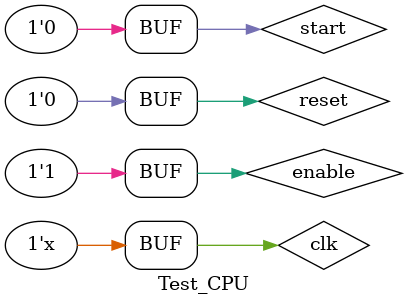
<source format=v>
`timescale 1ns / 1ps

`define NOP		5'b00000
`define HALT	5'b00001
`define LOAD	5'b00010
`define STORE	5'b00011
`define LDIH	5'b10000
`define ADD		5'b01000
`define ADDI	5'b01001
`define ADDC	5'b10001
`define SUB		5'b01010
`define SUBI	5'b01011
`define SUBC	5'b10010
`define CMP		5'b01100
//Logical / shift
`define AND		5'b01101
`define OR		5'b01110
`define XOR		5'b01111
`define SLL		5'b00100
`define SRL		5'b00111
`define SLA		5'b00101
`define SRA		5'b00110
//Control
`define JUMP	5'b11000
`define JMPR	5'b11001
`define BZ		5'b11010
`define BNZ		5'b11011
`define BN		5'b11100
`define BNN		5'b11101
`define BC		5'b11110
`define BNC		5'b11111
//Statement
`define idle	1'b0
`define exec	1'b1
//gr
`define gr0 3'b000
`define gr1 3'b001
`define gr2 3'b010
`define gr3 3'b011
`define gr4 3'b100
`define gr5 3'b101
`define gr6 3'b110
`define gr7 3'b111
/***********************************************************************/
module Test_CPU;

	// Inputs
	reg clk;
	reg reset;
	reg start;
	reg enable;

	// Outputs
	wire [2:0] red;
	wire [2:0] green;
	wire [1:0] blue;
	wire hs;
	wire vs;

	// Instantiate the Unit Under Test (UUT)
	CPU_NOIP uut (
		.clk(clk), 
		.reset(reset), 
		.start(start), 
		.enable(enable), 
		.red(red), 
		.green(green), 
		.blue(blue), 
		.hs(hs), 
		.vs(vs)
	);

	initial begin
		// Initialize Inputs
		clk = 0;
		reset = 0;
		start = 0;
		enable = 0;

		// Wait 100 ns for global reset to finish
		#1;
        
		// Add stimulus here
		$display("pc:     id_ir      :reg_A:reg_B:ALUo :reg_C:da:dd  :w:reC1:gr1 :gp:gr2 :gr3 :gr4 :ddin:zf:nf:cf:beq:md4");
		$monitor("%h:%b:%h :%h :%h :%h :%h:%h:%b:%h:%h:%h:%h:%h:%h:%h: %b: %b: %h :%h :%h", 
			uut.pc, uut.Used.id_ir, uut.Used.reg_A, uut.Used.reg_B, uut.Used.ALU0,uut.Used.reg_C,
			uut.Used.d_addr, uut.Used.d_dataout, uut.Used.d_we, uut.Used.reg_C1, uut.Used.gr[1], uut.Used.d_addr,uut.Used.gr[2],
			uut.Used.gr[3],uut.Used.gr[4],uut.Used.d_datain,uut.Used.zf,uut.Used.nf, uut.Used.cf, uut.Used.beq, uut.m1.Memory[8'h3]);
			enable <= 1; start <= 0;
			#1 reset  <= 1;
			#1 reset  <= 0;
			#1 enable <= 1;
			#1 start  <= 1;
			#100;
			#10 start <= 0;
	end
      always #5 clk = ~clk;
endmodule


</source>
